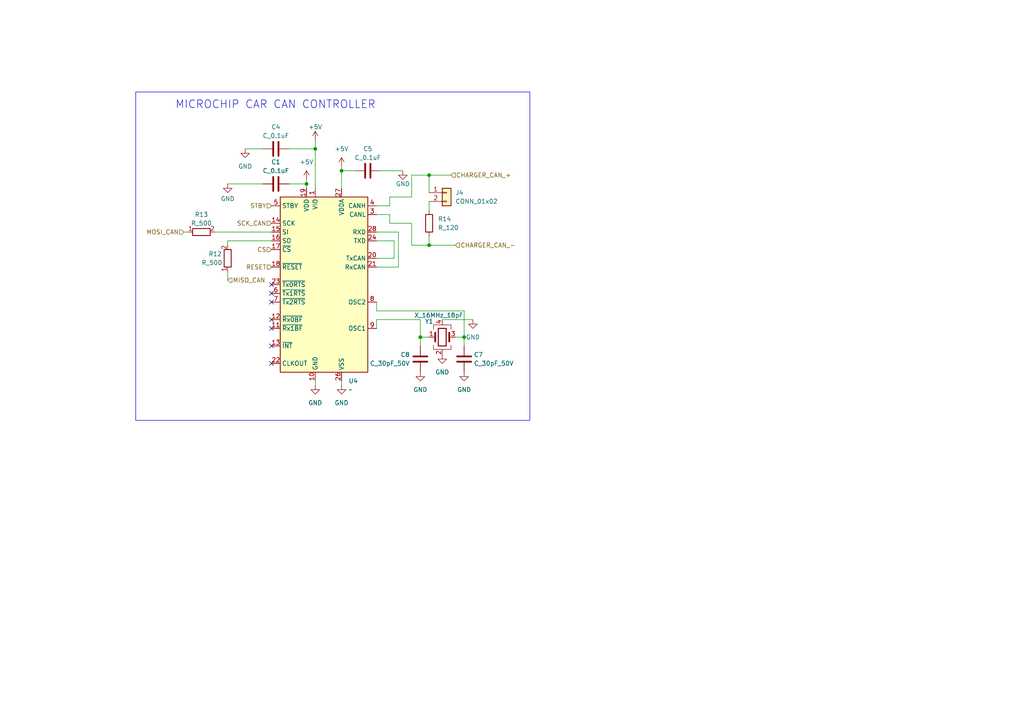
<source format=kicad_sch>
(kicad_sch (version 20250114) (generator "eeschema") (generator_version "9.0")
  (paper "A4")
  (lib_symbols
    (symbol "OEM:C_0.1uF_50V_0603" (pin_numbers (hide yes)) (pin_names (offset 0.254))
      (property "Reference" "C" (at 0.635 2.54 0))
      (property "Value" "C_0.1uF_50V" (at 0.635 -2.54 0))
      (symbol "C_0.1uF_50V_0603_0_1"
        (polyline (pts (xy -2.032 0.762) (xy 2.032 0.762)) (stroke (width 0.508)))
        (polyline (pts (xy -2.032 -0.762) (xy 2.032 -0.762)) (stroke (width 0.508)))
      )
      (symbol "C_0.1uF_50V_0603_1_1"
        (pin passive line (at 0 3.81 270) (length 2.794) (name "~") (number "1"))
        (pin passive line (at 0 -3.81 90) (length 2.794) (name "~") (number "2"))
      )
    )
    (symbol "OEM:C_30pF_50V_0603" (pin_numbers (hide yes)) (pin_names (offset 0.254))
      (property "Reference" "C" (at 0.635 2.54 0))
      (property "Value" "C_30pF_50V" (at 0.635 -2.54 0))
      (symbol "C_30pF_50V_0603_0_1"
        (polyline (pts (xy -2.032 0.762) (xy 2.032 0.762)) (stroke (width 0.508)))
        (polyline (pts (xy -2.032 -0.762) (xy 2.032 -0.762)) (stroke (width 0.508)))
      )
      (symbol "C_30pF_50V_0603_1_1"
        (pin passive line (at 0 3.81 270) (length 2.794) (name "~") (number "1"))
        (pin passive line (at 0 -3.81 90) (length 2.794) (name "~") (number "2"))
      )
    )
    (symbol "OEM:X_16MHz_18pF_SMD" (pin_names (offset 1.016) (hide yes))
      (property "Reference" "Y" (at 3.175 5.08 0))
      (property "Value" "X_16MHz_18pF" (at 3.175 3.175 0))
      (symbol "X_16MHz_18pF_SMD_0_1"
        (polyline (pts (xy -2.54 2.286) (xy -2.54 3.556) (xy 2.54 3.556) (xy 2.54 2.286)))
        (polyline (pts (xy -2.54 0) (xy -2.032 0)))
        (polyline (pts (xy -2.54 -2.286) (xy -2.54 -3.556) (xy 2.54 -3.556) (xy 2.54 -2.286)))
        (polyline (pts (xy -2.032 -1.27) (xy -2.032 1.27)) (stroke (width 0.508)))
        (rectangle (start -1.143 2.54) (end 1.143 -2.54) (stroke (width 0.3048)))
        (polyline (pts (xy 0 3.556) (xy 0 3.81)))
        (polyline (pts (xy 0 -3.81) (xy 0 -3.556)))
        (polyline (pts (xy 2.032 0) (xy 2.54 0)))
        (polyline (pts (xy 2.032 -1.27) (xy 2.032 1.27)) (stroke (width 0.508)))
      )
      (symbol "X_16MHz_18pF_SMD_1_1"
        (pin passive line (at -3.81 0 0) (length 1.27) (name "1") (number "1"))
        (pin passive line (at 0 5.08 270) (length 1.27) (name "2") (number "2"))
        (pin passive line (at 0 -5.08 90) (length 1.27) (name "4") (number "4"))
        (pin passive line (at 3.81 0 180) (length 1.27) (name "3") (number "3"))
      )
    )
    (symbol "formula:CONN_01x02" (pin_names (offset 1.016) (hide yes))
      (property "Reference" "J" (at 0 2.54 0))
      (property "Value" "CONN_01x02" (at 0 -5.08 0))
      (symbol "CONN_01x02_1_1"
        (rectangle (start -1.27 1.27) (end 1.27 -3.81) (stroke (width 0.254)) (fill (type background)))
        (rectangle (start -1.27 0.127) (end 0 -0.127) (stroke (width 0.1524)))
        (rectangle (start -1.27 -2.413) (end 0 -2.667) (stroke (width 0.1524)))
        (pin passive line (at -5.08 0 0) (length 3.81) (name "Pin_1") (number "1"))
        (pin passive line (at -5.08 -2.54 0) (length 3.81) (name "Pin_2") (number "2"))
      )
    )
    (symbol "formula:MCP25625-x-SS"
      (property "Reference" "U" (at -11.43 26.67 0))
      (property "Value" "MCP25625-x-SS" (at 15.24 26.67 0))
      (symbol "MCP25625-x-SS_0_1"
        (rectangle (start -12.7 25.4) (end 12.7 -25.4) (stroke (width 0.254)) (fill (type background)))
      )
      (symbol "MCP25625-x-SS_1_1"
        (pin input line (at -15.24 22.86 0) (length 2.54) (name "STBY") (number "5"))
        (pin input line (at -15.24 17.78 0) (length 2.54) (name "SCK") (number "14"))
        (pin input line (at -15.24 15.24 0) (length 2.54) (name "SI") (number "15"))
        (pin output line (at -15.24 12.7 0) (length 2.54) (name "SO") (number "16"))
        (pin input line (at -15.24 10.16 0) (length 2.54) (name "~{CS}") (number "17"))
        (pin input line (at -15.24 5.08 0) (length 2.54) (name "~{RESET}") (number "18"))
        (pin input line (at -15.24 0 0) (length 2.54) (name "~{Tx0RTS}") (number "23"))
        (pin input line (at -15.24 -2.54 0) (length 2.54) (name "~{Tx1RTS}") (number "6"))
        (pin input line (at -15.24 -5.08 0) (length 2.54) (name "~{Tx2RTS}") (number "7"))
        (pin output line (at -15.24 -10.16 0) (length 2.54) (name "~{Rx0BF}") (number "12"))
        (pin output line (at -15.24 -12.7 0) (length 2.54) (name "~{Rx1BF}") (number "11"))
        (pin output line (at -15.24 -17.78 0) (length 2.54) (name "~{INT}") (number "13"))
        (pin output line (at -15.24 -22.86 0) (length 2.54) (name "CLKOUT") (number "22"))
        (pin power_in line (at -5.08 27.94 270) (length 2.54) (name "VDD") (number "19"))
        (pin power_in line (at -2.54 27.94 270) (length 2.54) (name "VIO") (number "1"))
        (pin power_in line (at -2.54 -27.94 90) (length 2.54) (name "GND") (number "10"))
        (pin power_in line (at 5.08 27.94 270) (length 2.54) (name "VDDA") (number "27"))
        (pin power_in line (at 5.08 -27.94 90) (length 2.54) (name "VSS") (number "26"))
        (pin no_connect line (at 12.7 -15.24 180) (length 2.54) (hide yes) (name "NC") (number "2"))
        (pin no_connect line (at 12.7 -17.78 180) (length 2.54) (hide yes) (name "NC") (number "25"))
        (pin bidirectional line (at 15.24 22.86 180) (length 2.54) (name "CANH") (number "4"))
        (pin bidirectional line (at 15.24 20.32 180) (length 2.54) (name "CANL") (number "3"))
        (pin output line (at 15.24 15.24 180) (length 2.54) (name "RXD") (number "28"))
        (pin input line (at 15.24 12.7 180) (length 2.54) (name "TXD") (number "24"))
        (pin output line (at 15.24 7.62 180) (length 2.54) (name "TxCAN") (number "20"))
        (pin input line (at 15.24 5.08 180) (length 2.54) (name "RxCAN") (number "21"))
        (pin output line (at 15.24 -5.08 180) (length 2.54) (name "OSC2") (number "8"))
        (pin input line (at 15.24 -12.7 180) (length 2.54) (name "OSC1") (number "9"))
      )
    )
    (symbol "formula:R_120" (pin_numbers (hide yes)) (pin_names (offset 0))
      (property "Reference" "R" (at 2.032 0 90))
      (property "Value" "R_120" (at -2.54 0 90))
      (symbol "R_120_0_1"
        (rectangle (start -1.016 -2.54) (end 1.016 2.54) (stroke (width 0.254)))
      )
      (symbol "R_120_1_1"
        (pin passive line (at 0 3.81 270) (length 1.27) (name "~") (number "1"))
        (pin passive line (at 0 -3.81 90) (length 1.27) (name "~") (number "2"))
      )
    )
    (symbol "formula:R_500" (pin_names (offset 1.016))
      (property "Reference" "R" (at 0 5.08 0))
      (property "Value" "R_500" (at 0 2.54 0))
      (symbol "R_500_1_1"
        (rectangle (start 2.54 -1.016) (end -2.54 1.016) (stroke (width 0.254)))
        (pin passive line (at -3.81 0 0) (length 1.27) (name "~") (number "1"))
        (pin passive line (at 3.81 0 180) (length 1.27) (name "~") (number "2"))
      )
    )
    (symbol "power:+5V" (power) (pin_names (offset 0))
      (property "Value" "+5V" (at 0 3.556 0))
      (symbol "+5V_0_1"
        (polyline (pts (xy -0.762 1.27) (xy 0 2.54)))
        (polyline (pts (xy 0 2.54) (xy 0.762 1.27)))
        (polyline (pts (xy 0 0) (xy 0 2.54)))
      )
      (symbol "+5V_1_1"
        (pin power_in line (at 0 0 90) (length 0) (hide yes) (name "+5V") (number "1"))
      )
    )
    (symbol "power:GND" (power) (pin_names (offset 0))
      (property "Value" "GND" (at 0 -3.81 0))
      (symbol "GND_0_1"
        (polyline (pts (xy 0 0) (xy 0 -1.27) (xy 1.27 -1.27) (xy 0 -2.54) (xy -1.27 -1.27) (xy 0 -1.27)))
      )
      (symbol "GND_1_1"
        (pin power_in line (at 0 0 270) (length 0) (hide yes) (name "GND") (number "1"))
      )
    )
  )
  (rectangle (start 39.37 26.67) (end 153.67 121.92))
  (text "MICROCHIP CAR CAN CONTROLLER" (at 50.8 31.75 0) (effects (font (size 2.2606 2.2606)) (justify left bottom)))
  (junction (at 91.44 43.18))
  (junction (at 124.46 50.8))
  (junction (at 124.46 71.12))
  (junction (at 99.06 49.53))
  (junction (at 121.92 97.79))
  (junction (at 134.62 97.79))
  (junction (at 88.9 53.34))
  (no_connect (at 78.74 100.33))
  (no_connect (at 78.74 105.41))
  (no_connect (at 78.74 92.71))
  (no_connect (at 78.74 85.09))
  (no_connect (at 78.74 87.63))
  (no_connect (at 78.74 95.25))
  (no_connect (at 78.74 82.55))
  (wire (pts (xy 109.22 90.17) (xy 109.22 87.63)))
  (wire (pts (xy 115.57 67.31) (xy 109.22 67.31)))
  (wire (pts (xy 124.46 68.58) (xy 124.46 71.12)))
  (wire (pts (xy 124.46 50.8) (xy 130.81 50.8)))
  (wire (pts (xy 91.44 40.64) (xy 91.44 43.18)))
  (wire (pts (xy 83.82 53.34) (xy 88.9 53.34)))
  (wire (pts (xy 109.22 77.47) (xy 115.57 77.47)))
  (wire (pts (xy 113.03 57.15) (xy 119.38 57.15)))
  (wire (pts (xy 134.62 90.17) (xy 134.62 97.79)))
  (wire (pts (xy 121.92 97.79) (xy 124.46 97.79)))
  (wire (pts (xy 119.38 50.8) (xy 124.46 50.8)))
  (wire (pts (xy 113.03 62.23) (xy 113.03 64.77)))
  (wire (pts (xy 62.23 67.31) (xy 78.74 67.31)))
  (wire (pts (xy 109.22 62.23) (xy 113.03 62.23)))
  (wire (pts (xy 113.03 59.69) (xy 113.03 57.15)))
  (wire (pts (xy 124.46 58.42) (xy 124.46 60.96)))
  (wire (pts (xy 99.06 110.49) (xy 99.06 111.76)))
  (wire (pts (xy 66.04 69.85) (xy 66.04 71.12)))
  (wire (pts (xy 114.3 69.85) (xy 114.3 74.93)))
  (wire (pts (xy 88.9 53.34) (xy 88.9 54.61)))
  (wire (pts (xy 132.08 97.79) (xy 134.62 97.79)))
  (wire (pts (xy 78.74 69.85) (xy 66.04 69.85)))
  (wire (pts (xy 83.82 43.18) (xy 91.44 43.18)))
  (wire (pts (xy 109.22 69.85) (xy 114.3 69.85)))
  (wire (pts (xy 88.9 52.07) (xy 88.9 53.34)))
  (wire (pts (xy 119.38 50.8) (xy 119.38 57.15)))
  (wire (pts (xy 99.06 49.53) (xy 102.87 49.53)))
  (wire (pts (xy 134.62 97.79) (xy 134.62 100.33)))
  (wire (pts (xy 124.46 71.12) (xy 119.38 71.12)))
  (wire (pts (xy 53.34 67.31) (xy 54.61 67.31)))
  (wire (pts (xy 128.27 92.71) (xy 137.16 92.71)))
  (wire (pts (xy 109.22 92.71) (xy 109.22 95.25)))
  (wire (pts (xy 119.38 71.12) (xy 119.38 64.77)))
  (wire (pts (xy 121.92 92.71) (xy 109.22 92.71)))
  (wire (pts (xy 91.44 110.49) (xy 91.44 111.76)))
  (wire (pts (xy 121.92 97.79) (xy 121.92 92.71)))
  (wire (pts (xy 124.46 50.8) (xy 124.46 55.88)))
  (wire (pts (xy 121.92 100.33) (xy 121.92 97.79)))
  (wire (pts (xy 115.57 77.47) (xy 115.57 67.31)))
  (wire (pts (xy 71.12 43.18) (xy 76.2 43.18)))
  (wire (pts (xy 113.03 64.77) (xy 119.38 64.77)))
  (wire (pts (xy 114.3 74.93) (xy 109.22 74.93)))
  (wire (pts (xy 66.04 78.74) (xy 66.04 81.28)))
  (wire (pts (xy 109.22 90.17) (xy 134.62 90.17)))
  (wire (pts (xy 91.44 43.18) (xy 91.44 54.61)))
  (wire (pts (xy 132.08 71.12) (xy 124.46 71.12)))
  (wire (pts (xy 109.22 59.69) (xy 113.03 59.69)))
  (wire (pts (xy 99.06 48.26) (xy 99.06 49.53)))
  (wire (pts (xy 66.04 53.34) (xy 76.2 53.34)))
  (wire (pts (xy 99.06 49.53) (xy 99.06 54.61)))
  (wire (pts (xy 110.49 49.53) (xy 116.84 49.53)))
  (hierarchical_label "CS" (shape input) (at 78.74 72.39 180))
  (hierarchical_label "CHARGER_CAN_+" (shape input) (at 130.81 50.8 0))
  (hierarchical_label "CHARGER_CAN_-" (shape input) (at 132.08 71.12 0))
  (hierarchical_label "RESET" (shape input) (at 78.74 77.47 180))
  (hierarchical_label "MISO_CAN" (shape input) (at 66.04 81.28 0))
  (hierarchical_label "STBY" (shape input) (at 78.74 59.69 180))
  (hierarchical_label "SCK_CAN" (shape input) (at 78.74 64.77 180))
  (hierarchical_label "MOSI_CAN" (shape input) (at 53.34 67.31 180))
  (symbol (lib_id "power:GND") (at 71.12 43.18 0) (unit 1)
    (property "Reference" "#PWR0132" (effects (hide yes)))
    (property "Value" "GND" (at 71.12 48.26 0))
  )
  (symbol (lib_id "OEM:C_30pF_50V_0603") (at 134.62 104.14 0) (unit 1)
    (property "Reference" "C7" (at 137.414 102.87 0) (effects (justify left)))
    (property "Value" "C_30pF_50V" (at 137.414 105.41 0) (effects (justify left)))
    (property "Footprint" "OEM:C_0603_1608Metric" (effects (hide yes)))
    (property "Datasheet" "https://www.mouser.com/datasheet/3/1099/1/SEI-CML.PDF" (effects (hide yes)))
    (property "Description" "CAP CER 30PF 50V C0G/NP0 0603" (effects (hide yes)))
    (property "MPN" "CML0603C0G300JT50V" (effects (hide yes)))
  )
  (symbol (lib_id "power:GND") (at 134.62 107.95 0) (unit 1)
    (property "Reference" "#PWR0136" (effects (hide yes)))
    (property "Value" "GND" (at 134.62 113.03 0))
  )
  (symbol (lib_id "power:GND") (at 66.04 53.34 0) (unit 1)
    (property "Reference" "#PWR0127" (effects (hide yes)))
    (property "Value" "GND" (at 66.04 57.658 0))
  )
  (symbol (lib_id "power:GND") (at 128.27 102.87 0) (unit 1)
    (property "Reference" "#PWR0138" (effects (hide yes)))
    (property "Value" "GND" (at 128.27 107.95 0))
  )
  (symbol (lib_id "power:GND") (at 91.44 111.76 0) (unit 1)
    (property "Reference" "#PWR0133" (effects (hide yes)))
    (property "Value" "GND" (at 91.44 116.84 0))
  )
  (symbol (lib_id "OEM:X_16MHz_18pF_SMD") (at 128.27 97.79 0) (mirror x) (unit 1)
    (property "Reference" "Y1" (at 124.46 93.218 0))
    (property "Value" "X_16MHz_18pF" (at 127.254 91.44 0))
    (property "Footprint" "OEM:FA238160000MBC0 (X_16MHz_18pF_SMD - FA-238_16.0000MB-C0)" (effects (hide yes)))
    (property "Datasheet" "https://www.mouser.com/datasheet/3/97/1/FA-238_en.pdf" (effects (hide yes)))
    (property "Description" "CRYSTAL 16.0000MHZ 18PF SMD" (effects (hide yes)))
    (property "MPN" "FA-238 16.0000MB-C0" (effects (hide yes)))
  )
  (symbol (lib_id "formula:MCP25625-x-SS") (at 93.98 82.55 0) (unit 1)
    (property "Reference" "U4" (at 101.0794 110.49 0) (effects (justify left)))
    (property "Value" "~" (at 101.0794 113.03 0) (effects (justify left)))
    (property "Footprint" "Package_SO:SSOP-28_5.3x10.2mm_P0.65mm" (effects (hide yes)))
    (property "Datasheet" "http://ww1.microchip.com/downloads/en/DeviceDoc/20005282B.pdf" (effects (hide yes)))
    (property "MFN" "DK" (effects (hide yes)))
    (property "MPN" "MCP25625-E/SS-ND" (effects (hide yes)))
    (property "PurchasingLink" "https://www.digikey.com/product-detail/en/microchip-technology/MCP25625-E-SS/MCP25625-E-SS-ND/4842805" (effects (hide yes)))
  )
  (symbol (lib_id "formula:R_500") (at 58.42 67.31 0) (unit 1)
    (property "Reference" "R13" (at 58.42 62.23 0))
    (property "Value" "R_500" (at 58.42 64.77 0))
    (property "Footprint" "Resistor_SMD:R_0603_1608Metric" (effects (hide yes)))
    (property "PurchasingLink" "https://www.digikey.com/en/products/detail/vishay-dale/TNPU0805500RAZEN00/6615940" (effects (hide yes)))
    (property "MPN" "541-3305-1-ND" (effects (hide yes)))
    (property "MFN" "DK" (effects (hide yes)))
  )
  (symbol (lib_id "power:+5V") (at 91.44 40.64 0) (unit 1)
    (property "Reference" "#PWR0129" (effects (hide yes)))
    (property "Value" "+5V" (at 91.44 36.83 0))
  )
  (symbol (lib_id "OEM:C_30pF_50V_0603") (at 121.92 104.14 0) (mirror y) (unit 1)
    (property "Reference" "C8" (at 118.872 102.87 0) (effects (justify left)))
    (property "Value" "C_30pF_50V" (at 118.872 105.41 0) (effects (justify left)))
    (property "Footprint" "OEM:C_0603_1608Metric" (effects (hide yes)))
    (property "Datasheet" "https://www.mouser.com/datasheet/3/1099/1/SEI-CML.PDF" (effects (hide yes)))
    (property "Description" "CAP CER 30PF 50V C0G/NP0 0603" (effects (hide yes)))
    (property "MPN" "CML0603C0G300JT50V" (effects (hide yes)))
  )
  (symbol (lib_id "formula:R_500") (at 66.04 74.93 90) (unit 1)
    (property "Reference" "R12" (at 60.452 73.66 90) (effects (justify right)))
    (property "Value" "R_500" (at 58.42 76.2 90) (effects (justify right)))
    (property "Footprint" "Resistor_SMD:R_0603_1608Metric" (effects (hide yes)))
    (property "PurchasingLink" "https://www.digikey.com/en/products/detail/vishay-dale/TNPU0805500RAZEN00/6615940" (effects (hide yes)))
    (property "MPN" "541-3305-1-ND" (effects (hide yes)))
    (property "MFN" "DK" (effects (hide yes)))
  )
  (symbol (lib_id "power:GND") (at 137.16 92.71 0) (unit 1)
    (property "Reference" "#PWR0137" (effects (hide yes)))
    (property "Value" "GND" (at 137.16 97.79 0))
  )
  (symbol (lib_id "power:+5V") (at 88.9 52.07 0) (unit 1)
    (property "Reference" "#PWR0131" (effects (hide yes)))
    (property "Value" "+5V" (at 88.9 46.99 0))
  )
  (symbol (lib_id "formula:CONN_01x02") (at 129.54 55.88 0) (unit 1)
    (property "Reference" "J4" (at 132.08 55.8799 0) (effects (justify left)))
    (property "Value" "CONN_01x02" (at 132.08 58.4199 0) (effects (justify left)))
    (property "Footprint" "Connector_PinHeader_2.54mm:PinHeader_1x02_P2.54mm_Vertical" (effects (hide yes)))
    (property "Datasheet" "https://katalog.we-online.de/em/datasheet/6130xx11121.pdf" (effects (hide yes)))
    (property "MFN" "DK" (effects (hide yes)))
    (property "MPN" "732-5315-ND" (effects (hide yes)))
  )
  (symbol (lib_id "OEM:C_0.1uF_50V_0603") (at 80.01 43.18 270) (unit 1)
    (property "Reference" "C4" (at 80.01 36.83 90))
    (property "Value" "C_0.1uF" (at 80.01 39.37 90))
    (property "Footprint" "OEM:C_0603_1608Metric" (effects (hide yes)))
    (property "Datasheet" "https://mm.digikey.com/Volume0/opasdata/d220001/medias/docus/658/CL10B104KB8NNWC_Spec.pdf" (effects (hide yes)))
    (property "Description" "CAP CER 0.1UF 50V X7R 0603" (effects (hide yes)))
    (property "MPN" "CL10B104KB8NNWC" (effects (hide yes)))
  )
  (symbol (lib_id "OEM:C_0.1uF_50V_0603") (at 80.01 53.34 270) (unit 1)
    (property "Reference" "C1" (at 80.01 46.99 90))
    (property "Value" "C_0.1uF" (at 80.01 49.53 90))
    (property "Footprint" "OEM:C_0603_1608Metric" (effects (hide yes)))
    (property "Datasheet" "https://mm.digikey.com/Volume0/opasdata/d220001/medias/docus/658/CL10B104KB8NNWC_Spec.pdf" (effects (hide yes)))
    (property "Description" "CAP CER 0.1UF 50V X7R 0603" (effects (hide yes)))
    (property "MPN" "CL10B104KB8NNWC" (effects (hide yes)))
  )
  (symbol (lib_id "power:+5V") (at 99.06 48.26 0) (unit 1)
    (property "Reference" "#PWR0128" (effects (hide yes)))
    (property "Value" "+5V" (at 99.06 43.18 0))
  )
  (symbol (lib_id "power:GND") (at 116.84 49.53 0) (unit 1)
    (property "Reference" "#PWR0130" (effects (hide yes)))
    (property "Value" "GND" (at 116.84 53.34 0))
  )
  (symbol (lib_id "formula:R_120") (at 124.46 64.77 0) (unit 1)
    (property "Reference" "R14" (at 127 63.4999 0) (effects (justify left)))
    (property "Value" "R_120" (at 127 66.0399 0) (effects (justify left)))
    (property "Footprint" "Resistor_SMD:R_0603_1608Metric" (effects (hide yes)))
    (property "Datasheet" "https://www.mouser.com/datasheet/2/315/AOA0000C304-1149620.pdf" (effects (hide yes)))
    (property "MFN" "DK" (effects (hide yes)))
    (property "MPN" "667-ERJ-6ENF1200V" (effects (hide yes)))
    (property "PurchasingLink" "https://www.mouser.com/ProductDetail/Panasonic-Industrial-Devices/ERJ-6ENF1200V?qs=sGAEpiMZZMvdGkrng054t8AJgcdMkx7x%252bFQnctTMUmU%3d" (effects (hide yes)))
  )
  (symbol (lib_id "power:GND") (at 121.92 107.95 0) (unit 1)
    (property "Reference" "#PWR0135" (effects (hide yes)))
    (property "Value" "GND" (at 121.92 113.03 0))
  )
  (symbol (lib_id "OEM:C_0.1uF_50V_0603") (at 106.68 49.53 270) (unit 1)
    (property "Reference" "C5" (at 106.68 43.18 90))
    (property "Value" "C_0.1uF" (at 106.68 45.72 90))
    (property "Footprint" "OEM:C_0603_1608Metric" (effects (hide yes)))
    (property "Datasheet" "https://mm.digikey.com/Volume0/opasdata/d220001/medias/docus/658/CL10B104KB8NNWC_Spec.pdf" (effects (hide yes)))
    (property "Description" "CAP CER 0.1UF 50V X7R 0603" (effects (hide yes)))
    (property "MPN" "CL10B104KB8NNWC" (effects (hide yes)))
  )
  (symbol (lib_id "power:GND") (at 99.06 111.76 0) (unit 1)
    (property "Reference" "#PWR0134" (effects (hide yes)))
    (property "Value" "GND" (at 99.06 116.84 0))
  )
)
</source>
